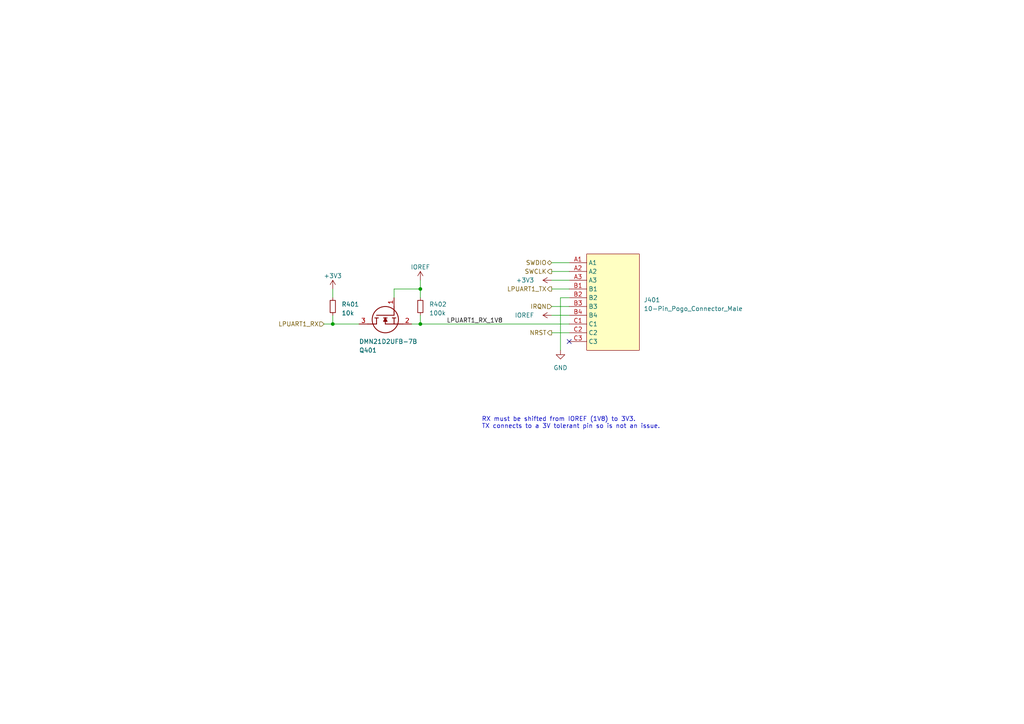
<source format=kicad_sch>
(kicad_sch (version 20231120) (generator "eeschema") (generator_version "8.0")
  (paper "A4")
  (title_block (date "2024-01-02") (rev "1"))
  (lib_symbols
    (symbol "DMN21D2UFB-7B:DMN21D2UFB-7B" (pin_names hide)
      (property "Reference" "Q" (at 11.43 3.81 0))
      (property "Value" "DMN21D2UFB-7B" (at 11.43 1.27 0))
      (symbol "DMN21D2UFB-7B_1_1"
        (polyline (pts (xy 2.54 0) (xy 5.08 0)) (stroke (width 0.254)))
        (polyline (pts (xy 5.08 5.08) (xy 5.08 0)) (stroke (width 0.254)))
        (polyline (pts (xy 5.842 -0.508) (xy 5.842 0.508)) (stroke (width 0.254)))
        (polyline (pts (xy 5.842 0) (xy 7.62 0)) (stroke (width 0.254)))
        (polyline (pts (xy 5.842 2.032) (xy 5.842 3.048)) (stroke (width 0.254)))
        (polyline (pts (xy 5.842 5.588) (xy 5.842 4.572)) (stroke (width 0.254)))
        (polyline (pts (xy 7.62 2.54) (xy 5.842 2.54)) (stroke (width 0.254)))
        (polyline (pts (xy 7.62 2.54) (xy 7.62 -2.54)) (stroke (width 0.254)))
        (polyline (pts (xy 7.62 5.08) (xy 5.842 5.08)) (stroke (width 0.254)))
        (polyline (pts (xy 7.62 5.08) (xy 7.62 7.62)) (stroke (width 0.254)))
        (polyline (pts (xy 5.842 2.54) (xy 6.858 3.048) (xy 6.858 2.032) (xy 5.842 2.54)) (stroke (width 0.254)) (fill (type outline)))
        (circle (center 6.35 2.54) (radius 3.81) (stroke (width 0.254)))
        (pin passive line (at 0 0 0) (length 2.54) (name "G") (number "1"))
        (pin passive line (at 7.62 -5.08 90) (length 2.54) (name "S") (number "2"))
        (pin passive line (at 7.62 10.16 270) (length 2.54) (name "D") (number "3"))
      )
    )
    (symbol "Device:R_Small" (pin_numbers hide) (pin_names (offset 0.254) hide)
      (property "Reference" "R" (at 0.762 0.508 0))
      (property "Value" "R_Small" (at 0.762 -1.016 0))
      (symbol "R_Small_0_1"
        (rectangle (start -0.762 1.778) (end 0.762 -1.778) (stroke (width 0.2032)))
      )
      (symbol "R_Small_1_1"
        (pin passive line (at 0 2.54 270) (length 0.762) (name "~") (number "1"))
        (pin passive line (at 0 -2.54 90) (length 0.762) (name "~") (number "2"))
      )
    )
    (symbol "power:+3V3" (power) (pin_names (offset 0))
      (property "Value" "+3V3" (at 0 3.556 0))
      (symbol "+3V3_0_1"
        (polyline (pts (xy -0.762 1.27) (xy 0 2.54)))
        (polyline (pts (xy 0 0) (xy 0 2.54)))
        (polyline (pts (xy 0 2.54) (xy 0.762 1.27)))
      )
      (symbol "+3V3_1_1"
        (pin power_in line (at 0 0 90) (length 0) hide (name "+3V3") (number "1"))
      )
    )
    (symbol "power:GND" (power) (pin_names (offset 0))
      (property "Value" "GND" (at 0 -3.81 0))
      (symbol "GND_0_1"
        (polyline (pts (xy 0 0) (xy 0 -1.27) (xy 1.27 -1.27) (xy 0 -2.54) (xy -1.27 -1.27) (xy 0 -1.27)))
      )
      (symbol "GND_1_1"
        (pin power_in line (at 0 0 270) (length 0) hide (name "GND") (number "1"))
      )
    )
    (symbol "watch_symbols_lib:10-Pin_Pogo_Connector_Male" (in_bom no)
      (property "Reference" "J" (at 0 17.78 0))
      (property "Value" "10-Pin_Pogo_Connector_Male" (at 0 15.24 0))
      (symbol "10-Pin_Pogo_Connector_Male_0_0"
        (pin passive line (at -12.7 10.16 0) (length 5.08) (name "A1") (number "A1"))
        (pin passive line (at -12.7 7.62 0) (length 5.08) (name "A2") (number "A2"))
        (pin passive line (at -12.7 5.08 0) (length 5.08) (name "A3") (number "A3"))
        (pin passive line (at -12.7 2.54 0) (length 5.08) (name "B1") (number "B1"))
        (pin passive line (at -12.7 0 0) (length 5.08) (name "B2") (number "B2"))
        (pin passive line (at -12.7 -2.54 0) (length 5.08) (name "B3") (number "B3"))
        (pin passive line (at -12.7 -5.08 0) (length 5.08) (name "B4") (number "B4"))
        (pin passive line (at -12.7 -7.62 0) (length 5.08) (name "C1") (number "C1"))
        (pin passive line (at -12.7 -10.16 0) (length 5.08) (name "C2") (number "C2"))
        (pin passive line (at -12.7 -12.7 0) (length 5.08) (name "C3") (number "C3"))
      )
      (symbol "10-Pin_Pogo_Connector_Male_1_1"
        (rectangle (start -7.62 12.7) (end 7.62 -15.24) (fill (type background)))
      )
    )
    (symbol "watch_symbols_lib:IOREF" (power) (pin_names (offset 0))
      (property "Value" "IOREF" (at 0 3.556 0))
      (symbol "IOREF_0_1"
        (polyline (pts (xy -0.762 1.27) (xy 0 2.54)))
        (polyline (pts (xy 0 0) (xy 0 2.54)))
        (polyline (pts (xy 0 2.54) (xy 0.762 1.27)))
      )
      (symbol "IOREF_1_1"
        (pin power_in line (at 0 0 90) (length 0) hide (name "IOREF") (number "1"))
      )
    )
  )
  (junction (at 121.92 93.98))
  (junction (at 96.52 93.98))
  (junction (at 121.92 83.82))
  (no_connect (at 165.1 99.06))
  (wire (pts (xy 160.02 96.52) (xy 165.1 96.52)))
  (wire (pts (xy 96.52 83.82) (xy 96.52 86.36)))
  (wire (pts (xy 121.92 93.98) (xy 165.1 93.98)))
  (wire (pts (xy 114.3 86.36) (xy 114.3 83.82)))
  (wire (pts (xy 162.56 86.36) (xy 162.56 101.6)))
  (wire (pts (xy 93.98 93.98) (xy 96.52 93.98)))
  (wire (pts (xy 162.56 86.36) (xy 165.1 86.36)))
  (wire (pts (xy 121.92 91.44) (xy 121.92 93.98)))
  (wire (pts (xy 160.02 81.28) (xy 165.1 81.28)))
  (wire (pts (xy 121.92 83.82) (xy 121.92 86.36)))
  (wire (pts (xy 160.02 78.74) (xy 165.1 78.74)))
  (wire (pts (xy 96.52 93.98) (xy 104.14 93.98)))
  (wire (pts (xy 119.38 93.98) (xy 121.92 93.98)))
  (wire (pts (xy 114.3 83.82) (xy 121.92 83.82)))
  (wire (pts (xy 160.02 88.9) (xy 165.1 88.9)))
  (wire (pts (xy 96.52 91.44) (xy 96.52 93.98)))
  (wire (pts (xy 160.02 83.82) (xy 165.1 83.82)))
  (wire (pts (xy 160.02 76.2) (xy 165.1 76.2)))
  (wire (pts (xy 160.02 91.44) (xy 165.1 91.44)))
  (wire (pts (xy 121.92 81.28) (xy 121.92 83.82)))
  (text "RX must be shifted from IOREF (1V8) to 3V3.\nTX connects to a 3V tolerant pin so is not an issue." (at 139.7 124.46 0) (effects (font (size 1.27 1.27)) (justify left bottom)))
  (label "LPUART1_RX_1V8" (at 129.54 93.98 0))
  (hierarchical_label "IRQN" (shape input) (at 160.02 88.9 180))
  (hierarchical_label "NRST" (shape output) (at 160.02 96.52 180))
  (hierarchical_label "SWCLK" (shape output) (at 160.02 78.74 180))
  (hierarchical_label "SWDIO" (shape bidirectional) (at 160.02 76.2 180))
  (hierarchical_label "LPUART1_RX" (shape input) (at 93.98 93.98 180))
  (hierarchical_label "LPUART1_TX" (shape output) (at 160.02 83.82 180))
  (symbol (lib_id "watch_symbols_lib:IOREF") (at 121.92 81.28 0) (unit 1)
    (property "Reference" "#PWR0407" (effects (hide yes)))
    (property "Value" "IOREF" (at 121.92 77.47 0))
  )
  (symbol (lib_id "power:+3V3") (at 160.02 81.28 90) (unit 1)
    (property "Reference" "#PWR0401" (effects (hide yes)))
    (property "Value" "+3V3" (at 154.94 81.28 90) (effects (justify left)))
  )
  (symbol (lib_id "watch_symbols_lib:10-Pin_Pogo_Connector_Male") (at 177.8 86.36 0) (unit 1) (in_bom no)
    (property "Reference" "J401" (at 186.69 86.995 0) (effects (justify left)))
    (property "Value" "10-Pin_Pogo_Connector_Male" (at 186.69 89.535 0) (effects (justify left)))
    (property "Footprint" "watch_footprints:10-Pin Pogo Connector Male" (effects (hide yes)))
  )
  (symbol (lib_id "DMN21D2UFB-7B:DMN21D2UFB-7B") (at 114.3 86.36 90) (mirror x) (unit 1)
    (property "Reference" "Q401" (at 104.14 101.6 90) (effects (justify right)))
    (property "Value" "DMN21D2UFB-7B" (at 104.14 99.06 90) (effects (justify right)))
    (property "Footprint" "watch_footprints:DMN21D2UFB7B" (effects (hide yes)))
    (property "Datasheet" "https://componentsearchengine.com/Datasheets/1/DMN21D2UFB-7B.pdf" (effects (hide yes)))
    (property "Height" "0.53" (effects (hide yes)))
    (property "Mouser Part Number" "621-DMN21D2UFB-7B" (effects (hide yes)))
    (property "Manufacturer_Name" "Diodes Incorporated" (effects (hide yes)))
    (property "Manufacturer_Part_Number" "DMN21D2UFB-7B" (effects (hide yes)))
    (instances (project "rfid_module" (path "" (reference "Q401") (unit 1))) (project "watch_main" (path "" (reference "Q1703") (unit 1))))
  )
  (symbol (lib_id "Device:R_Small") (at 121.92 88.9 0) (unit 1)
    (property "Reference" "R402" (at 124.46 88.265 0) (effects (justify left)))
    (property "Value" "100k" (at 124.46 90.805 0) (effects (justify left)))
    (property "Footprint" "Resistor_SMD:R_0402_1005Metric" (effects (hide yes)))
  )
  (symbol (lib_id "Device:R_Small") (at 96.52 88.9 0) (unit 1)
    (property "Reference" "R401" (at 99.06 88.265 0) (effects (justify left)))
    (property "Value" "10k" (at 99.06 90.805 0) (effects (justify left)))
    (property "Footprint" "Resistor_SMD:R_0402_1005Metric" (effects (hide yes)))
  )
  (symbol (lib_id "power:GND") (at 162.56 101.6 0) (unit 1)
    (property "Reference" "#PWR0403" (effects (hide yes)))
    (property "Value" "GND" (at 162.56 106.68 0))
  )
  (symbol (lib_id "power:+3V3") (at 96.52 83.82 0) (unit 1)
    (property "Reference" "#PWR0404" (effects (hide yes)))
    (property "Value" "+3V3" (at 96.52 80.01 0))
  )
  (symbol (lib_id "watch_symbols_lib:IOREF") (at 160.02 91.44 90) (unit 1)
    (property "Reference" "#PWR0406" (effects (hide yes)))
    (property "Value" "IOREF" (at 154.94 91.44 90) (effects (justify left)))
  )
)
</source>
